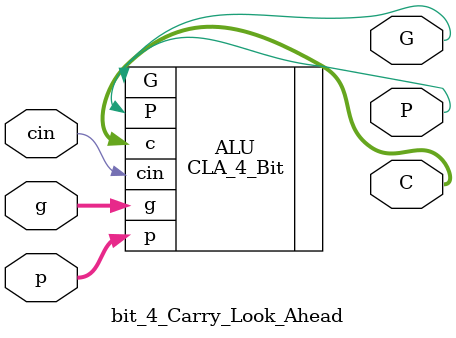
<source format=v>
module bit_4_Carry_Look_Ahead(
    input [3:0] p,g,
    input cin,
    output [3:0] C,
    output G,P
    
    );
    CLA_4_Bit ALU(
    
    .p(p),
    .g(g),
    .cin(cin),
    .P(P),
    .G(G),
    .c(C)
    
    );
endmodule

</source>
